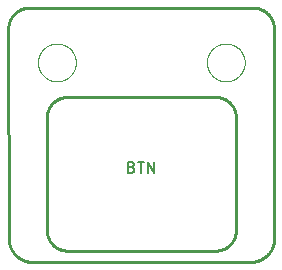
<source format=gto>
G04 EAGLE Gerber RS-274X export*
G75*
%MOMM*%
%FSLAX34Y34*%
%LPD*%
%INSilk top*%
%IPPOS*%
%AMOC8*
5,1,8,0,0,1.08239X$1,22.5*%
G01*
%ADD10C,0.000000*%
%ADD11C,0.254000*%
%ADD12C,0.127000*%


D10*
X-87500Y64000D02*
X-87495Y64393D01*
X-87481Y64785D01*
X-87457Y65177D01*
X-87423Y65568D01*
X-87380Y65959D01*
X-87327Y66348D01*
X-87264Y66735D01*
X-87193Y67121D01*
X-87111Y67506D01*
X-87021Y67888D01*
X-86920Y68267D01*
X-86811Y68645D01*
X-86692Y69019D01*
X-86565Y69390D01*
X-86428Y69758D01*
X-86282Y70123D01*
X-86127Y70484D01*
X-85964Y70841D01*
X-85792Y71194D01*
X-85611Y71542D01*
X-85421Y71886D01*
X-85224Y72226D01*
X-85018Y72560D01*
X-84804Y72889D01*
X-84581Y73213D01*
X-84351Y73531D01*
X-84114Y73844D01*
X-83868Y74150D01*
X-83615Y74451D01*
X-83355Y74745D01*
X-83088Y75033D01*
X-82814Y75314D01*
X-82533Y75588D01*
X-82245Y75855D01*
X-81951Y76115D01*
X-81650Y76368D01*
X-81344Y76614D01*
X-81031Y76851D01*
X-80713Y77081D01*
X-80389Y77304D01*
X-80060Y77518D01*
X-79726Y77724D01*
X-79386Y77921D01*
X-79042Y78111D01*
X-78694Y78292D01*
X-78341Y78464D01*
X-77984Y78627D01*
X-77623Y78782D01*
X-77258Y78928D01*
X-76890Y79065D01*
X-76519Y79192D01*
X-76145Y79311D01*
X-75767Y79420D01*
X-75388Y79521D01*
X-75006Y79611D01*
X-74621Y79693D01*
X-74235Y79764D01*
X-73848Y79827D01*
X-73459Y79880D01*
X-73068Y79923D01*
X-72677Y79957D01*
X-72285Y79981D01*
X-71893Y79995D01*
X-71500Y80000D01*
X-71107Y79995D01*
X-70715Y79981D01*
X-70323Y79957D01*
X-69932Y79923D01*
X-69541Y79880D01*
X-69152Y79827D01*
X-68765Y79764D01*
X-68379Y79693D01*
X-67994Y79611D01*
X-67612Y79521D01*
X-67233Y79420D01*
X-66855Y79311D01*
X-66481Y79192D01*
X-66110Y79065D01*
X-65742Y78928D01*
X-65377Y78782D01*
X-65016Y78627D01*
X-64659Y78464D01*
X-64306Y78292D01*
X-63958Y78111D01*
X-63614Y77921D01*
X-63274Y77724D01*
X-62940Y77518D01*
X-62611Y77304D01*
X-62287Y77081D01*
X-61969Y76851D01*
X-61656Y76614D01*
X-61350Y76368D01*
X-61049Y76115D01*
X-60755Y75855D01*
X-60467Y75588D01*
X-60186Y75314D01*
X-59912Y75033D01*
X-59645Y74745D01*
X-59385Y74451D01*
X-59132Y74150D01*
X-58886Y73844D01*
X-58649Y73531D01*
X-58419Y73213D01*
X-58196Y72889D01*
X-57982Y72560D01*
X-57776Y72226D01*
X-57579Y71886D01*
X-57389Y71542D01*
X-57208Y71194D01*
X-57036Y70841D01*
X-56873Y70484D01*
X-56718Y70123D01*
X-56572Y69758D01*
X-56435Y69390D01*
X-56308Y69019D01*
X-56189Y68645D01*
X-56080Y68267D01*
X-55979Y67888D01*
X-55889Y67506D01*
X-55807Y67121D01*
X-55736Y66735D01*
X-55673Y66348D01*
X-55620Y65959D01*
X-55577Y65568D01*
X-55543Y65177D01*
X-55519Y64785D01*
X-55505Y64393D01*
X-55500Y64000D01*
X-55505Y63607D01*
X-55519Y63215D01*
X-55543Y62823D01*
X-55577Y62432D01*
X-55620Y62041D01*
X-55673Y61652D01*
X-55736Y61265D01*
X-55807Y60879D01*
X-55889Y60494D01*
X-55979Y60112D01*
X-56080Y59733D01*
X-56189Y59355D01*
X-56308Y58981D01*
X-56435Y58610D01*
X-56572Y58242D01*
X-56718Y57877D01*
X-56873Y57516D01*
X-57036Y57159D01*
X-57208Y56806D01*
X-57389Y56458D01*
X-57579Y56114D01*
X-57776Y55774D01*
X-57982Y55440D01*
X-58196Y55111D01*
X-58419Y54787D01*
X-58649Y54469D01*
X-58886Y54156D01*
X-59132Y53850D01*
X-59385Y53549D01*
X-59645Y53255D01*
X-59912Y52967D01*
X-60186Y52686D01*
X-60467Y52412D01*
X-60755Y52145D01*
X-61049Y51885D01*
X-61350Y51632D01*
X-61656Y51386D01*
X-61969Y51149D01*
X-62287Y50919D01*
X-62611Y50696D01*
X-62940Y50482D01*
X-63274Y50276D01*
X-63614Y50079D01*
X-63958Y49889D01*
X-64306Y49708D01*
X-64659Y49536D01*
X-65016Y49373D01*
X-65377Y49218D01*
X-65742Y49072D01*
X-66110Y48935D01*
X-66481Y48808D01*
X-66855Y48689D01*
X-67233Y48580D01*
X-67612Y48479D01*
X-67994Y48389D01*
X-68379Y48307D01*
X-68765Y48236D01*
X-69152Y48173D01*
X-69541Y48120D01*
X-69932Y48077D01*
X-70323Y48043D01*
X-70715Y48019D01*
X-71107Y48005D01*
X-71500Y48000D01*
X-71893Y48005D01*
X-72285Y48019D01*
X-72677Y48043D01*
X-73068Y48077D01*
X-73459Y48120D01*
X-73848Y48173D01*
X-74235Y48236D01*
X-74621Y48307D01*
X-75006Y48389D01*
X-75388Y48479D01*
X-75767Y48580D01*
X-76145Y48689D01*
X-76519Y48808D01*
X-76890Y48935D01*
X-77258Y49072D01*
X-77623Y49218D01*
X-77984Y49373D01*
X-78341Y49536D01*
X-78694Y49708D01*
X-79042Y49889D01*
X-79386Y50079D01*
X-79726Y50276D01*
X-80060Y50482D01*
X-80389Y50696D01*
X-80713Y50919D01*
X-81031Y51149D01*
X-81344Y51386D01*
X-81650Y51632D01*
X-81951Y51885D01*
X-82245Y52145D01*
X-82533Y52412D01*
X-82814Y52686D01*
X-83088Y52967D01*
X-83355Y53255D01*
X-83615Y53549D01*
X-83868Y53850D01*
X-84114Y54156D01*
X-84351Y54469D01*
X-84581Y54787D01*
X-84804Y55111D01*
X-85018Y55440D01*
X-85224Y55774D01*
X-85421Y56114D01*
X-85611Y56458D01*
X-85792Y56806D01*
X-85964Y57159D01*
X-86127Y57516D01*
X-86282Y57877D01*
X-86428Y58242D01*
X-86565Y58610D01*
X-86692Y58981D01*
X-86811Y59355D01*
X-86920Y59733D01*
X-87021Y60112D01*
X-87111Y60494D01*
X-87193Y60879D01*
X-87264Y61265D01*
X-87327Y61652D01*
X-87380Y62041D01*
X-87423Y62432D01*
X-87457Y62823D01*
X-87481Y63215D01*
X-87495Y63607D01*
X-87500Y64000D01*
X55500Y64000D02*
X55505Y64393D01*
X55519Y64785D01*
X55543Y65177D01*
X55577Y65568D01*
X55620Y65959D01*
X55673Y66348D01*
X55736Y66735D01*
X55807Y67121D01*
X55889Y67506D01*
X55979Y67888D01*
X56080Y68267D01*
X56189Y68645D01*
X56308Y69019D01*
X56435Y69390D01*
X56572Y69758D01*
X56718Y70123D01*
X56873Y70484D01*
X57036Y70841D01*
X57208Y71194D01*
X57389Y71542D01*
X57579Y71886D01*
X57776Y72226D01*
X57982Y72560D01*
X58196Y72889D01*
X58419Y73213D01*
X58649Y73531D01*
X58886Y73844D01*
X59132Y74150D01*
X59385Y74451D01*
X59645Y74745D01*
X59912Y75033D01*
X60186Y75314D01*
X60467Y75588D01*
X60755Y75855D01*
X61049Y76115D01*
X61350Y76368D01*
X61656Y76614D01*
X61969Y76851D01*
X62287Y77081D01*
X62611Y77304D01*
X62940Y77518D01*
X63274Y77724D01*
X63614Y77921D01*
X63958Y78111D01*
X64306Y78292D01*
X64659Y78464D01*
X65016Y78627D01*
X65377Y78782D01*
X65742Y78928D01*
X66110Y79065D01*
X66481Y79192D01*
X66855Y79311D01*
X67233Y79420D01*
X67612Y79521D01*
X67994Y79611D01*
X68379Y79693D01*
X68765Y79764D01*
X69152Y79827D01*
X69541Y79880D01*
X69932Y79923D01*
X70323Y79957D01*
X70715Y79981D01*
X71107Y79995D01*
X71500Y80000D01*
X71893Y79995D01*
X72285Y79981D01*
X72677Y79957D01*
X73068Y79923D01*
X73459Y79880D01*
X73848Y79827D01*
X74235Y79764D01*
X74621Y79693D01*
X75006Y79611D01*
X75388Y79521D01*
X75767Y79420D01*
X76145Y79311D01*
X76519Y79192D01*
X76890Y79065D01*
X77258Y78928D01*
X77623Y78782D01*
X77984Y78627D01*
X78341Y78464D01*
X78694Y78292D01*
X79042Y78111D01*
X79386Y77921D01*
X79726Y77724D01*
X80060Y77518D01*
X80389Y77304D01*
X80713Y77081D01*
X81031Y76851D01*
X81344Y76614D01*
X81650Y76368D01*
X81951Y76115D01*
X82245Y75855D01*
X82533Y75588D01*
X82814Y75314D01*
X83088Y75033D01*
X83355Y74745D01*
X83615Y74451D01*
X83868Y74150D01*
X84114Y73844D01*
X84351Y73531D01*
X84581Y73213D01*
X84804Y72889D01*
X85018Y72560D01*
X85224Y72226D01*
X85421Y71886D01*
X85611Y71542D01*
X85792Y71194D01*
X85964Y70841D01*
X86127Y70484D01*
X86282Y70123D01*
X86428Y69758D01*
X86565Y69390D01*
X86692Y69019D01*
X86811Y68645D01*
X86920Y68267D01*
X87021Y67888D01*
X87111Y67506D01*
X87193Y67121D01*
X87264Y66735D01*
X87327Y66348D01*
X87380Y65959D01*
X87423Y65568D01*
X87457Y65177D01*
X87481Y64785D01*
X87495Y64393D01*
X87500Y64000D01*
X87495Y63607D01*
X87481Y63215D01*
X87457Y62823D01*
X87423Y62432D01*
X87380Y62041D01*
X87327Y61652D01*
X87264Y61265D01*
X87193Y60879D01*
X87111Y60494D01*
X87021Y60112D01*
X86920Y59733D01*
X86811Y59355D01*
X86692Y58981D01*
X86565Y58610D01*
X86428Y58242D01*
X86282Y57877D01*
X86127Y57516D01*
X85964Y57159D01*
X85792Y56806D01*
X85611Y56458D01*
X85421Y56114D01*
X85224Y55774D01*
X85018Y55440D01*
X84804Y55111D01*
X84581Y54787D01*
X84351Y54469D01*
X84114Y54156D01*
X83868Y53850D01*
X83615Y53549D01*
X83355Y53255D01*
X83088Y52967D01*
X82814Y52686D01*
X82533Y52412D01*
X82245Y52145D01*
X81951Y51885D01*
X81650Y51632D01*
X81344Y51386D01*
X81031Y51149D01*
X80713Y50919D01*
X80389Y50696D01*
X80060Y50482D01*
X79726Y50276D01*
X79386Y50079D01*
X79042Y49889D01*
X78694Y49708D01*
X78341Y49536D01*
X77984Y49373D01*
X77623Y49218D01*
X77258Y49072D01*
X76890Y48935D01*
X76519Y48808D01*
X76145Y48689D01*
X75767Y48580D01*
X75388Y48479D01*
X75006Y48389D01*
X74621Y48307D01*
X74235Y48236D01*
X73848Y48173D01*
X73459Y48120D01*
X73068Y48077D01*
X72677Y48043D01*
X72285Y48019D01*
X71893Y48005D01*
X71500Y48000D01*
X71107Y48005D01*
X70715Y48019D01*
X70323Y48043D01*
X69932Y48077D01*
X69541Y48120D01*
X69152Y48173D01*
X68765Y48236D01*
X68379Y48307D01*
X67994Y48389D01*
X67612Y48479D01*
X67233Y48580D01*
X66855Y48689D01*
X66481Y48808D01*
X66110Y48935D01*
X65742Y49072D01*
X65377Y49218D01*
X65016Y49373D01*
X64659Y49536D01*
X64306Y49708D01*
X63958Y49889D01*
X63614Y50079D01*
X63274Y50276D01*
X62940Y50482D01*
X62611Y50696D01*
X62287Y50919D01*
X61969Y51149D01*
X61656Y51386D01*
X61350Y51632D01*
X61049Y51885D01*
X60755Y52145D01*
X60467Y52412D01*
X60186Y52686D01*
X59912Y52967D01*
X59645Y53255D01*
X59385Y53549D01*
X59132Y53850D01*
X58886Y54156D01*
X58649Y54469D01*
X58419Y54787D01*
X58196Y55111D01*
X57982Y55440D01*
X57776Y55774D01*
X57579Y56114D01*
X57389Y56458D01*
X57208Y56806D01*
X57036Y57159D01*
X56873Y57516D01*
X56718Y57877D01*
X56572Y58242D01*
X56435Y58610D01*
X56308Y58981D01*
X56189Y59355D01*
X56080Y59733D01*
X55979Y60112D01*
X55889Y60494D01*
X55807Y60879D01*
X55736Y61265D01*
X55673Y61652D01*
X55620Y62041D01*
X55577Y62432D01*
X55543Y62823D01*
X55519Y63215D01*
X55505Y63607D01*
X55500Y64000D01*
D11*
X112269Y92579D02*
X112500Y-84654D01*
X112269Y92579D02*
X112263Y93015D01*
X112246Y93451D01*
X112219Y93886D01*
X112181Y94320D01*
X112133Y94754D01*
X112073Y95186D01*
X112004Y95616D01*
X111923Y96045D01*
X111832Y96471D01*
X111731Y96895D01*
X111620Y97316D01*
X111498Y97735D01*
X111366Y98151D01*
X111223Y98563D01*
X111071Y98971D01*
X110909Y99376D01*
X110736Y99776D01*
X110554Y100173D01*
X110363Y100564D01*
X110162Y100951D01*
X109951Y101333D01*
X109731Y101709D01*
X109502Y102080D01*
X109264Y102445D01*
X109017Y102805D01*
X108761Y103158D01*
X108497Y103505D01*
X108224Y103845D01*
X107943Y104178D01*
X107654Y104505D01*
X107357Y104824D01*
X107053Y105136D01*
X106740Y105440D01*
X106421Y105736D01*
X106094Y106025D01*
X105760Y106305D01*
X105420Y106578D01*
X105072Y106842D01*
X104719Y107097D01*
X104359Y107343D01*
X103994Y107581D01*
X103622Y107809D01*
X103246Y108029D01*
X102864Y108239D01*
X102476Y108439D01*
X102085Y108630D01*
X101688Y108812D01*
X101287Y108983D01*
X100882Y109145D01*
X100474Y109297D01*
X100061Y109438D01*
X99646Y109570D01*
X99227Y109691D01*
X98805Y109802D01*
X98381Y109903D01*
X97955Y109993D01*
X97526Y110073D01*
X97095Y110142D01*
X96663Y110201D01*
X96230Y110249D01*
X95796Y110286D01*
X95361Y110313D01*
X94925Y110329D01*
X94489Y110334D01*
X-94951Y110334D01*
X-95381Y110329D01*
X-95811Y110313D01*
X-96240Y110287D01*
X-96668Y110251D01*
X-97096Y110204D01*
X-97522Y110147D01*
X-97947Y110080D01*
X-98370Y110002D01*
X-98791Y109914D01*
X-99209Y109817D01*
X-99626Y109708D01*
X-100039Y109590D01*
X-100450Y109462D01*
X-100857Y109324D01*
X-101261Y109177D01*
X-101661Y109019D01*
X-102057Y108852D01*
X-102449Y108676D01*
X-102837Y108490D01*
X-103220Y108294D01*
X-103598Y108090D01*
X-103971Y107876D01*
X-104339Y107653D01*
X-104702Y107422D01*
X-105058Y107182D01*
X-105409Y106933D01*
X-105754Y106676D01*
X-106092Y106411D01*
X-106424Y106137D01*
X-106749Y105856D01*
X-107067Y105566D01*
X-107378Y105270D01*
X-107682Y104965D01*
X-107979Y104654D01*
X-108268Y104335D01*
X-108549Y104010D01*
X-108822Y103678D01*
X-109087Y103339D01*
X-109343Y102994D01*
X-109592Y102643D01*
X-109831Y102286D01*
X-110062Y101923D01*
X-110284Y101555D01*
X-110498Y101181D01*
X-110702Y100803D01*
X-110897Y100420D01*
X-111082Y100032D01*
X-111258Y99639D01*
X-111425Y99243D01*
X-111582Y98843D01*
X-111729Y98439D01*
X-111866Y98031D01*
X-111994Y97621D01*
X-112111Y97207D01*
X-112219Y96791D01*
X-112316Y96372D01*
X-112404Y95951D01*
X-112481Y95528D01*
X-112547Y95103D01*
X-112604Y94677D01*
X-112650Y94249D01*
X-112686Y93820D01*
X-112711Y93391D01*
X-112726Y92961D01*
X-112731Y92531D01*
X-112500Y-84702D01*
X-112493Y-85201D01*
X-112474Y-85699D01*
X-112443Y-86196D01*
X-112400Y-86692D01*
X-112344Y-87188D01*
X-112277Y-87681D01*
X-112197Y-88173D01*
X-112105Y-88663D01*
X-112002Y-89151D01*
X-111886Y-89635D01*
X-111759Y-90117D01*
X-111619Y-90596D01*
X-111468Y-91071D01*
X-111306Y-91542D01*
X-111132Y-92009D01*
X-110946Y-92471D01*
X-110750Y-92929D01*
X-110542Y-93382D01*
X-110323Y-93830D01*
X-110093Y-94272D01*
X-109852Y-94708D01*
X-109601Y-95139D01*
X-109339Y-95563D01*
X-109067Y-95980D01*
X-108785Y-96391D01*
X-108493Y-96795D01*
X-108191Y-97191D01*
X-107879Y-97580D01*
X-107558Y-97961D01*
X-107228Y-98334D01*
X-106888Y-98699D01*
X-106540Y-99056D01*
X-106183Y-99404D01*
X-105818Y-99743D01*
X-105444Y-100072D01*
X-105063Y-100393D01*
X-104674Y-100704D01*
X-104277Y-101006D01*
X-103873Y-101298D01*
X-103462Y-101579D01*
X-103044Y-101851D01*
X-102620Y-102112D01*
X-102189Y-102363D01*
X-101752Y-102603D01*
X-101310Y-102833D01*
X-100862Y-103051D01*
X-100409Y-103259D01*
X-99951Y-103455D01*
X-99488Y-103640D01*
X-99021Y-103813D01*
X-98550Y-103975D01*
X-98074Y-104126D01*
X-97596Y-104265D01*
X-97114Y-104391D01*
X-96629Y-104507D01*
X-96141Y-104610D01*
X-95652Y-104701D01*
X-95159Y-104780D01*
X-94666Y-104847D01*
X-94170Y-104902D01*
X-93674Y-104945D01*
X-93176Y-104975D01*
X-92678Y-104994D01*
X-92180Y-105000D01*
X92180Y-105000D01*
X92671Y-104994D01*
X93163Y-104976D01*
X93653Y-104947D01*
X94143Y-104905D01*
X94631Y-104852D01*
X95118Y-104786D01*
X95604Y-104709D01*
X96087Y-104621D01*
X96568Y-104521D01*
X97047Y-104409D01*
X97522Y-104285D01*
X97995Y-104150D01*
X98464Y-104004D01*
X98930Y-103846D01*
X99391Y-103677D01*
X99848Y-103497D01*
X100301Y-103307D01*
X100749Y-103105D01*
X101192Y-102892D01*
X101630Y-102669D01*
X102062Y-102435D01*
X102489Y-102191D01*
X102909Y-101936D01*
X103324Y-101672D01*
X103731Y-101397D01*
X104132Y-101113D01*
X104526Y-100819D01*
X104913Y-100516D01*
X105292Y-100203D01*
X105664Y-99882D01*
X106027Y-99551D01*
X106383Y-99212D01*
X106730Y-98864D01*
X107069Y-98508D01*
X107399Y-98144D01*
X107720Y-97772D01*
X108032Y-97393D01*
X108335Y-97006D01*
X108628Y-96611D01*
X108912Y-96210D01*
X109186Y-95802D01*
X109450Y-95388D01*
X109704Y-94967D01*
X109947Y-94540D01*
X110181Y-94107D01*
X110403Y-93669D01*
X110616Y-93226D01*
X110817Y-92778D01*
X111007Y-92325D01*
X111187Y-91867D01*
X111355Y-91405D01*
X111512Y-90940D01*
X111658Y-90470D01*
X111792Y-89998D01*
X111915Y-89522D01*
X112026Y-89043D01*
X112126Y-88562D01*
X112214Y-88078D01*
X112290Y-87593D01*
X112355Y-87106D01*
X112407Y-86617D01*
X112448Y-86127D01*
X112477Y-85637D01*
X112495Y-85146D01*
X112500Y-84654D01*
X62929Y34700D02*
X-62929Y34700D01*
X62929Y34700D02*
X63341Y34695D01*
X63754Y34680D01*
X64166Y34655D01*
X64577Y34620D01*
X64987Y34576D01*
X65396Y34521D01*
X65803Y34456D01*
X66209Y34382D01*
X66613Y34298D01*
X67014Y34204D01*
X67414Y34100D01*
X67810Y33987D01*
X68204Y33864D01*
X68595Y33732D01*
X68982Y33591D01*
X69366Y33440D01*
X69747Y33280D01*
X70123Y33110D01*
X70495Y32932D01*
X70862Y32745D01*
X71225Y32549D01*
X71583Y32344D01*
X71936Y32130D01*
X72284Y31908D01*
X72626Y31678D01*
X72963Y31440D01*
X73294Y31193D01*
X73619Y30939D01*
X73937Y30677D01*
X74249Y30407D01*
X74555Y30130D01*
X74853Y29845D01*
X75145Y29553D01*
X75430Y29255D01*
X75707Y28949D01*
X75977Y28637D01*
X76239Y28319D01*
X76493Y27994D01*
X76740Y27663D01*
X76978Y27326D01*
X77208Y26984D01*
X77430Y26636D01*
X77644Y26283D01*
X77849Y25925D01*
X78045Y25562D01*
X78232Y25195D01*
X78410Y24823D01*
X78580Y24447D01*
X78740Y24066D01*
X78891Y23682D01*
X79032Y23295D01*
X79164Y22904D01*
X79287Y22510D01*
X79400Y22114D01*
X79504Y21714D01*
X79598Y21313D01*
X79682Y20909D01*
X79756Y20503D01*
X79821Y20096D01*
X79876Y19687D01*
X79920Y19277D01*
X79955Y18866D01*
X79980Y18454D01*
X79995Y18041D01*
X80000Y17629D01*
X80000Y-78229D01*
X79995Y-78641D01*
X79980Y-79054D01*
X79955Y-79466D01*
X79920Y-79877D01*
X79876Y-80287D01*
X79821Y-80696D01*
X79756Y-81103D01*
X79682Y-81509D01*
X79598Y-81913D01*
X79504Y-82314D01*
X79400Y-82714D01*
X79287Y-83110D01*
X79164Y-83504D01*
X79032Y-83895D01*
X78891Y-84282D01*
X78740Y-84666D01*
X78580Y-85047D01*
X78410Y-85423D01*
X78232Y-85795D01*
X78045Y-86162D01*
X77849Y-86525D01*
X77644Y-86883D01*
X77430Y-87236D01*
X77208Y-87584D01*
X76978Y-87926D01*
X76740Y-88263D01*
X76493Y-88594D01*
X76239Y-88919D01*
X75977Y-89237D01*
X75707Y-89549D01*
X75430Y-89855D01*
X75145Y-90153D01*
X74853Y-90445D01*
X74555Y-90730D01*
X74249Y-91007D01*
X73937Y-91277D01*
X73619Y-91539D01*
X73294Y-91793D01*
X72963Y-92040D01*
X72626Y-92278D01*
X72284Y-92508D01*
X71936Y-92730D01*
X71583Y-92944D01*
X71225Y-93149D01*
X70862Y-93345D01*
X70495Y-93532D01*
X70123Y-93710D01*
X69747Y-93880D01*
X69366Y-94040D01*
X68982Y-94191D01*
X68595Y-94332D01*
X68204Y-94464D01*
X67810Y-94587D01*
X67414Y-94700D01*
X67014Y-94804D01*
X66613Y-94898D01*
X66209Y-94982D01*
X65803Y-95056D01*
X65396Y-95121D01*
X64987Y-95176D01*
X64577Y-95220D01*
X64166Y-95255D01*
X63754Y-95280D01*
X63341Y-95295D01*
X62929Y-95300D01*
X-62929Y-95300D01*
X-63341Y-95295D01*
X-63754Y-95280D01*
X-64166Y-95255D01*
X-64577Y-95220D01*
X-64987Y-95176D01*
X-65396Y-95121D01*
X-65803Y-95056D01*
X-66209Y-94982D01*
X-66613Y-94898D01*
X-67014Y-94804D01*
X-67414Y-94700D01*
X-67810Y-94587D01*
X-68204Y-94464D01*
X-68595Y-94332D01*
X-68982Y-94191D01*
X-69366Y-94040D01*
X-69747Y-93880D01*
X-70123Y-93710D01*
X-70495Y-93532D01*
X-70862Y-93345D01*
X-71225Y-93149D01*
X-71583Y-92944D01*
X-71936Y-92730D01*
X-72284Y-92508D01*
X-72626Y-92278D01*
X-72963Y-92040D01*
X-73294Y-91793D01*
X-73619Y-91539D01*
X-73937Y-91277D01*
X-74249Y-91007D01*
X-74555Y-90730D01*
X-74853Y-90445D01*
X-75145Y-90153D01*
X-75430Y-89855D01*
X-75707Y-89549D01*
X-75977Y-89237D01*
X-76239Y-88919D01*
X-76493Y-88594D01*
X-76740Y-88263D01*
X-76978Y-87926D01*
X-77208Y-87584D01*
X-77430Y-87236D01*
X-77644Y-86883D01*
X-77849Y-86525D01*
X-78045Y-86162D01*
X-78232Y-85795D01*
X-78410Y-85423D01*
X-78580Y-85047D01*
X-78740Y-84666D01*
X-78891Y-84282D01*
X-79032Y-83895D01*
X-79164Y-83504D01*
X-79287Y-83110D01*
X-79400Y-82714D01*
X-79504Y-82314D01*
X-79598Y-81913D01*
X-79682Y-81509D01*
X-79756Y-81103D01*
X-79821Y-80696D01*
X-79876Y-80287D01*
X-79920Y-79877D01*
X-79955Y-79466D01*
X-79980Y-79054D01*
X-79995Y-78641D01*
X-80000Y-78229D01*
X-80000Y17629D01*
X-79995Y18041D01*
X-79980Y18454D01*
X-79955Y18866D01*
X-79920Y19277D01*
X-79876Y19687D01*
X-79821Y20096D01*
X-79756Y20503D01*
X-79682Y20909D01*
X-79598Y21313D01*
X-79504Y21714D01*
X-79400Y22114D01*
X-79287Y22510D01*
X-79164Y22904D01*
X-79032Y23295D01*
X-78891Y23682D01*
X-78740Y24066D01*
X-78580Y24447D01*
X-78410Y24823D01*
X-78232Y25195D01*
X-78045Y25562D01*
X-77849Y25925D01*
X-77644Y26283D01*
X-77430Y26636D01*
X-77208Y26984D01*
X-76978Y27326D01*
X-76740Y27663D01*
X-76493Y27994D01*
X-76239Y28319D01*
X-75977Y28637D01*
X-75707Y28949D01*
X-75430Y29255D01*
X-75145Y29553D01*
X-74853Y29845D01*
X-74555Y30130D01*
X-74249Y30407D01*
X-73937Y30677D01*
X-73619Y30939D01*
X-73294Y31193D01*
X-72963Y31440D01*
X-72626Y31678D01*
X-72284Y31908D01*
X-71936Y32130D01*
X-71583Y32344D01*
X-71225Y32549D01*
X-70862Y32745D01*
X-70495Y32932D01*
X-70123Y33110D01*
X-69747Y33280D01*
X-69366Y33440D01*
X-68982Y33591D01*
X-68595Y33732D01*
X-68204Y33864D01*
X-67810Y33987D01*
X-67414Y34100D01*
X-67014Y34204D01*
X-66613Y34298D01*
X-66209Y34382D01*
X-65803Y34456D01*
X-65396Y34521D01*
X-64987Y34576D01*
X-64577Y34620D01*
X-64166Y34655D01*
X-63754Y34680D01*
X-63341Y34695D01*
X-62929Y34700D01*
D12*
X-10917Y-24326D02*
X-8448Y-24326D01*
X-8448Y-24327D02*
X-8350Y-24329D01*
X-8252Y-24335D01*
X-8154Y-24345D01*
X-8057Y-24358D01*
X-7960Y-24376D01*
X-7864Y-24397D01*
X-7770Y-24422D01*
X-7676Y-24451D01*
X-7583Y-24483D01*
X-7492Y-24520D01*
X-7402Y-24559D01*
X-7314Y-24603D01*
X-7228Y-24650D01*
X-7143Y-24700D01*
X-7061Y-24753D01*
X-6981Y-24810D01*
X-6903Y-24870D01*
X-6828Y-24933D01*
X-6755Y-24999D01*
X-6685Y-25068D01*
X-6618Y-25139D01*
X-6553Y-25213D01*
X-6492Y-25290D01*
X-6433Y-25369D01*
X-6378Y-25450D01*
X-6326Y-25533D01*
X-6278Y-25619D01*
X-6233Y-25706D01*
X-6191Y-25795D01*
X-6153Y-25885D01*
X-6119Y-25977D01*
X-6088Y-26070D01*
X-6061Y-26165D01*
X-6038Y-26260D01*
X-6018Y-26357D01*
X-6003Y-26453D01*
X-5991Y-26551D01*
X-5983Y-26649D01*
X-5979Y-26747D01*
X-5979Y-26845D01*
X-5983Y-26943D01*
X-5991Y-27041D01*
X-6003Y-27139D01*
X-6018Y-27235D01*
X-6038Y-27332D01*
X-6061Y-27427D01*
X-6088Y-27522D01*
X-6119Y-27615D01*
X-6153Y-27707D01*
X-6191Y-27797D01*
X-6233Y-27886D01*
X-6278Y-27973D01*
X-6326Y-28059D01*
X-6378Y-28142D01*
X-6433Y-28223D01*
X-6492Y-28302D01*
X-6553Y-28379D01*
X-6618Y-28453D01*
X-6685Y-28524D01*
X-6755Y-28593D01*
X-6828Y-28659D01*
X-6903Y-28722D01*
X-6981Y-28782D01*
X-7061Y-28839D01*
X-7143Y-28892D01*
X-7228Y-28942D01*
X-7314Y-28989D01*
X-7402Y-29033D01*
X-7492Y-29072D01*
X-7583Y-29109D01*
X-7676Y-29141D01*
X-7770Y-29170D01*
X-7864Y-29195D01*
X-7960Y-29216D01*
X-8057Y-29234D01*
X-8154Y-29247D01*
X-8252Y-29257D01*
X-8350Y-29263D01*
X-8448Y-29265D01*
X-10917Y-29265D01*
X-10917Y-20375D01*
X-8448Y-20375D01*
X-8361Y-20377D01*
X-8273Y-20383D01*
X-8186Y-20392D01*
X-8100Y-20406D01*
X-8014Y-20423D01*
X-7930Y-20444D01*
X-7846Y-20469D01*
X-7763Y-20498D01*
X-7682Y-20530D01*
X-7602Y-20565D01*
X-7524Y-20604D01*
X-7447Y-20647D01*
X-7373Y-20693D01*
X-7301Y-20742D01*
X-7231Y-20794D01*
X-7163Y-20850D01*
X-7098Y-20908D01*
X-7035Y-20969D01*
X-6976Y-21033D01*
X-6919Y-21100D01*
X-6865Y-21168D01*
X-6814Y-21240D01*
X-6767Y-21313D01*
X-6722Y-21388D01*
X-6681Y-21466D01*
X-6644Y-21545D01*
X-6610Y-21625D01*
X-6580Y-21707D01*
X-6553Y-21790D01*
X-6530Y-21875D01*
X-6511Y-21960D01*
X-6496Y-22046D01*
X-6484Y-22133D01*
X-6476Y-22220D01*
X-6472Y-22307D01*
X-6472Y-22395D01*
X-6476Y-22482D01*
X-6484Y-22569D01*
X-6496Y-22656D01*
X-6511Y-22742D01*
X-6530Y-22827D01*
X-6553Y-22912D01*
X-6580Y-22995D01*
X-6610Y-23077D01*
X-6644Y-23157D01*
X-6681Y-23236D01*
X-6722Y-23314D01*
X-6767Y-23389D01*
X-6814Y-23462D01*
X-6865Y-23534D01*
X-6919Y-23602D01*
X-6976Y-23669D01*
X-7035Y-23733D01*
X-7098Y-23794D01*
X-7163Y-23852D01*
X-7231Y-23908D01*
X-7301Y-23960D01*
X-7373Y-24009D01*
X-7447Y-24055D01*
X-7524Y-24098D01*
X-7602Y-24137D01*
X-7682Y-24172D01*
X-7763Y-24204D01*
X-7846Y-24233D01*
X-7930Y-24258D01*
X-8014Y-24279D01*
X-8100Y-24296D01*
X-8186Y-24310D01*
X-8273Y-24319D01*
X-8361Y-24325D01*
X-8448Y-24327D01*
X-392Y-20375D02*
X-392Y-29265D01*
X-2861Y-20375D02*
X2078Y-20375D01*
X5978Y-20375D02*
X5978Y-29265D01*
X10917Y-29265D02*
X5978Y-20375D01*
X10917Y-20375D02*
X10917Y-29265D01*
M02*

</source>
